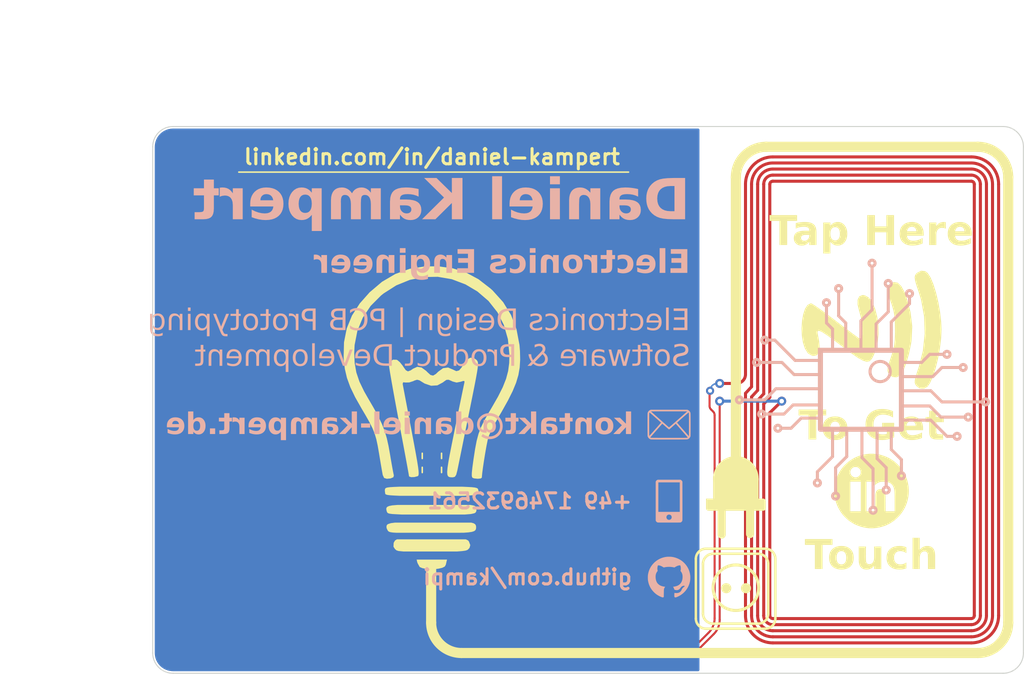
<source format=kicad_pcb>
(kicad_pcb (version 20240819) (generator "pcbnew") (generator_version "8.99")
  (title_block (title "Business Card") (date "2024-09-30") (rev "1.0"))
  (layers (0 "F.Cu" signal) (2 "B.Cu" signal) (13 "F.Paste" user) (15 "B.Paste" user) (5 "F.SilkS" user "F.Silkscreen") (7 "B.SilkS" user "B.Silkscreen") (1 "F.Mask" user) (3 "B.Mask" user) (25 "Edge.Cuts" user))
  (net 0 "")
  (net 1 "Net-(U1-VCC)")
  (net 2 "GND")
  (net 3 "Net-(D1-A)")
  (net 4 "Net-(U1-LA)")
  (net 5 "Net-(U1-LB)")
  (footprint "LED_SMD:LED_0603_1608Metric" (layer "F.Cu") (at 137.5757 78.9743 180)
    (property "Reference" "D1" (hide yes))
    (property "Value" "LED" (hide yes))
    (pad "1" smd roundrect (at -0.7875 0 180) (size 0.875 0.95) (layers "F.Cu" "F.Mask" "F.Paste") (net 2 "GND"))
    (pad "2" smd roundrect (at 0.7875 0 180) (size 0.875 0.95) (layers "F.Cu" "F.Mask" "F.Paste") (net 3 "Net-(D1-A)"))
  )
  (footprint "footprints:class4_13.56MHz" (layer "F.Cu") (at 184 83.45 90)
    (property "Reference" "L1" (hide yes))
    (property "Value" "2.19uH" (hide yes))
    (fp_line (start 2.075 -18) (end 2.075 -16.35) (stroke (width 0.3)) (layer "F.Cu"))
    (fp_line (start 21.75 -15.45) (end 2.975 -15.45) (stroke (width 0.3)) (layer "F.Cu"))
    (fp_line (start 1.1 -15.45) (end -20.85 -15.45) (stroke (width 0.3)) (layer "F.Cu"))
    (fp_line (start 21.75 -14.85) (end 1.75 -14.85) (stroke (width 0.3)) (layer "F.Cu"))
    (fp_line (start 1.75 -14.85) (end 1.1 -15.45) (stroke (width 0.3)) (layer "F.Cu"))
    (fp_line (start 0.75 -14.85) (end -20.85 -14.85) (stroke (width 0.3)) (layer "F.Cu"))
    (fp_line (start 21.75 -14.25) (end 1.4 -14.25) (stroke (width 0.3)) (layer "F.Cu"))
    (fp_line (start 1.4 -14.25) (end 0.75 -14.85) (stroke (width 0.3)) (layer "F.Cu"))
    (fp_line (start 0.4 -14.25) (end -20.85 -14.25) (stroke (width 0.3)) (layer "F.Cu"))
    (fp_line (start 21.75 -13.65) (end 1.05 -13.65) (stroke (width 0.3)) (layer "F.Cu"))
    (fp_line (start 1.05 -13.65) (end 0.4 -14.25) (stroke (width 0.3)) (layer "F.Cu"))
    (fp_line (start 0.05 -13.65) (end -20.85 -13.65) (stroke (width 0.3)) (layer "F.Cu"))
    (fp_line (start 21.75 -13.05) (end 0.7 -13.05) (stroke (width 0.3)) (layer "F.Cu"))
    (fp_line (start 0.7 -13.05) (end 0.05 -13.65) (stroke (width 0.3)) (layer "F.Cu"))
    (fp_line (start -0.825 -13.05) (end -20.85 -13.05) (stroke (width 0.3)) (layer "F.Cu"))
    (fp_line (start -21.15 -12.75) (end -21.15 6.85) (stroke (width 0.3)) (layer "F.Cu"))
    (fp_line (start -21.75 -12.75) (end -21.75 6.85) (stroke (width 0.3)) (layer "F.Cu"))
    (fp_line (start -22.35 -12.75) (end -22.35 6.85) (stroke (width 0.3)) (layer "F.Cu"))
    (fp_line (start -22.95 -12.75) (end -22.95 6.85) (stroke (width 0.3)) (layer "F.Cu"))
    (fp_line (start -23.55 -12.75) (end -23.55 6.85) (stroke (width 0.3)) (layer "F.Cu"))
    (fp_line (start 0.325 -11.875) (end -0.825 -13.05) (stroke (width 0.3)) (layer "F.Cu"))
    (fp_line (start 24.45 6.85) (end 24.45 -12.75) (stroke (width 0.3)) (layer "F.Cu"))
    (fp_line (start 23.85 6.85) (end 23.85 -12.75) (stroke (width 0.3)) (layer "F.Cu"))
    (fp_line (start 23.25 6.85) (end 23.25 -12.75) (stroke (width 0.3)) (layer "F.Cu"))
    (fp_line (start 22.65 6.85) (end 22.65 -12.75) (stroke (width 0.3)) (layer "F.Cu"))
    (fp_line (start 22.05 6.85) (end 22.05 -12.75) (stroke (width 0.3)) (layer "F.Cu"))
    (fp_line (start -20.85 7.15) (end 21.75 7.15) (stroke (width 0.3)) (layer "F.Cu"))
    (fp_line (start -20.85 7.75) (end 21.75 7.75) (stroke (width 0.3)) (layer "F.Cu"))
    (fp_line (start -20.85 8.35) (end 21.75 8.35) (stroke (width 0.3)) (layer "F.Cu"))
    (fp_line (start -20.85 8.95) (end 21.75 8.95) (stroke (width 0.3)) (layer "F.Cu"))
    (fp_line (start -20.85 9.55) (end 21.75 9.55) (stroke (width 0.3)) (layer "F.Cu"))
    (fp_arc (start 21.75 -15.45) (mid 23.659188 -14.659188) (end 24.45 -12.75) (stroke (width 0.3)) (layer "F.Cu"))
    (fp_arc (start 2.975 -15.45) (mid 2.338604 -15.713604) (end 2.075 -16.35) (stroke (width 0.3)) (layer "F.Cu"))
    (fp_arc (start 21.75 -14.85) (mid 23.234924 -14.234924) (end 23.85 -12.75) (stroke (width 0.3)) (layer "F.Cu"))
    (fp_arc (start 21.75 -14.25) (mid 22.81066 -13.81066) (end 23.25 -12.75) (stroke (width 0.3)) (layer "F.Cu"))
    (fp_arc (start 21.75 -13.65) (mid 22.386396 -13.386396) (end 22.65 -12.75) (stroke (width 0.3)) (layer "F.Cu"))
    (fp_arc (start 21.75 -13.05) (mid 21.962132 -12.962132) (end 22.05 -12.75) (stroke (width 0.3)) (layer "F.Cu"))
    (fp_arc (start -21.15 -12.75) (mid -21.062132 -12.962132) (end -20.85 -13.05) (stroke (width 0.3)) (layer "F.Cu"))
    (fp_arc (start -21.75 -12.75) (mid -21.486396 -13.386396) (end -20.85 -13.65) (stroke (width 0.3)) (layer "F.Cu"))
    (fp_arc (start -22.35 -12.75) (mid -21.91066 -13.81066) (end -20.85 -14.25) (stroke (width 0.3)) (layer "F.Cu"))
    (fp_arc (start -22.95 -12.75) (mid -22.334924 -14.234924) (end -20.85 -14.85) (stroke (width 0.3)) (layer "F.Cu"))
    (fp_arc (start -23.55 -12.75) (mid -22.759188 -14.659188) (end -20.85 -15.45) (stroke (width 0.3)) (layer "F.Cu"))
    (fp_arc (start 24.45 6.85) (mid 23.659188 8.759188) (end 21.75 9.55) (stroke (width 0.3)) (layer "F.Cu"))
    (fp_arc (start 23.85 6.85) (mid 23.234924 8.334924) (end 21.75 8.95) (stroke (width 0.3)) (layer "F.Cu"))
    (fp_arc (start 23.25 6.85) (mid 22.81066 7.91066) (end 21.75 8.35) (stroke (width 0.3)) (layer "F.Cu"))
    (fp_arc (start 22.65 6.85) (mid 22.386396 7.486396) (end 21.75 7.75) (stroke (width 0.3)) (layer "F.Cu"))
    (fp_arc (start 22.05 6.85) (mid 21.962132 7.062132) (end 21.75 7.15) (stroke (width 0.3)) (layer "F.Cu"))
    (fp_arc (start -20.85 7.15) (mid -21.062132 7.062132) (end -21.15 6.85) (stroke (width 0.3)) (layer "F.Cu"))
    (fp_arc (start -20.85 7.75) (mid -21.486396 7.486396) (end -21.75 6.85) (stroke (width 0.3)) (layer "F.Cu"))
    (fp_arc (start -20.85 8.35) (mid -21.91066 7.91066) (end -22.35 6.85) (stroke (width 0.3)) (layer "F.Cu"))
    (fp_arc (start -20.85 8.95) (mid -22.334924 8.334924) (end -22.95 6.85) (stroke (width 0.3)) (layer "F.Cu"))
    (fp_arc (start -20.85 9.55) (mid -22.759188 8.759188) (end -23.55 6.85) (stroke (width 0.3)) (layer "F.Cu"))
    (pad "1" thru_hole circle (at 2.075 -18 90) (size 0.89 0.89) (drill 0.45) (layers "*.Cu") (net 4 "Net-(U1-LA)"))
    (pad "2" thru_hole circle (at 0.325 -18 90) (size 0.89 0.89) (drill 0.45) (layers "*.Cu") (net 5 "Net-(U1-LB)"))
    (pad "2" thru_hole circle (at 0.325 -11.875 90) (size 0.89 0.89) (drill 0.45) (layers "*.Cu") (net 5 "Net-(U1-LB)"))
  )
  (footprint "Capacitor_SMD:C_0603_1608Metric" (layer "F.Cu") (at 137.5757 86.825)
    (property "Reference" "C1" (hide yes))
    (property "Value" "220pF" (hide yes))
    (pad "1" smd roundrect (at -0.775 0) (size 0.9 0.95) (layers "F.Cu" "F.Mask" "F.Paste") (net 1 "Net-(U1-VCC)"))
    (pad "2" smd roundrect (at 0.775 0) (size 0.9 0.95) (layers "F.Cu" "F.Mask" "F.Paste") (net 2 "GND"))
  )
  (footprint "footprints:nfc_logo" (layer "F.Cu") (at 181.000561 76)
    (property "Reference" "G***" (hide yes))
    (property "Value" "LOGO" (hide yes))
  )
  (footprint "my_logos:linkedIn-circle" (layer "F.Cu") (at 180.999214 92)
    (property "Reference" "G***" (hide yes))
    (property "Value" "LOGO" (hide yes))
  )
  (footprint "footprints:XQFN8_NT3H1101_NXP" (layer "F.Cu") (at 137.5757 89.225 90)
    (property "Reference" "U1" (hide yes))
    (property "Value" "NT3H1101W0FHKH" (hide yes))
    (pad "1" smd rect (at -0.7493 -0.500126 180) (size 0.2032 0.762) (layers "F.Cu" "F.Mask" "F.Paste") (net 4 "Net-(U1-LA)"))
    (pad "2" smd rect (at -0.7493 0 180) (size 0.2032 0.762) (layers "F.Cu" "F.Mask" "F.Paste") (net 2 "GND"))
    (pad "3" smd rect (at -0.7493 0.500126 180) (size 0.2032 0.762) (layers "F.Cu" "F.Mask" "F.Paste"))
    (pad "4" smd rect (at 0 0.7493 90) (size 0.2032 0.762) (layers "F.Cu" "F.Mask" "F.Paste"))
    (pad "5" smd rect (at 0.7493 0.500126 180) (size 0.2032 0.762) (layers "F.Cu" "F.Mask" "F.Paste"))
    (pad "6" smd rect (at 0.7493 0 180) (size 0.2032 0.762) (layers "F.Cu" "F.Mask" "F.Paste") (net 1 "Net-(U1-VCC)"))
    (pad "7" smd rect (at 0.7493 -0.500126 180) (size 0.2032 0.762) (layers "F.Cu" "F.Mask" "F.Paste") (net 1 "Net-(U1-VCC)"))
    (pad "8" smd rect (at 0 -0.7493 90) (size 0.2032 0.762) (layers "F.Cu" "F.Mask" "F.Paste") (net 5 "Net-(U1-LB)"))
  )
  (footprint "my_logos:Bulb_light" (layer "F.Cu") (at 137.570047 84.7243)
    (property "Reference" "G***" (hide yes))
    (property "Value" "LOGO" (hide yes))
  )
  (footprint "my_logos:bulb_sparks" (layer "F.Cu") (at 137.74 76.5)
    (property "Reference" "G***" (hide yes))
    (property "Value" "LOGO" (hide yes))
    (fp_poly (pts (xy 19.045245 -4.829004) (xy 19.609944 -4.417568) (xy 19.939761 -4.127164) (xy 20.02875 -3.963285) (xy 20.007518 -3.939573) (xy 19.800625 -3.870105) (xy 19.383502 -3.75984) (xy 18.822219 -3.625504) (xy 18.344444 -3.51859) (xy 17.734479 -3.382986) (xy 17.234587 -3.266152) (xy 16.904281 -3.182353) (xy 16.802396 -3.148905) (xy 16.869339 -3.039744) (xy 17.101736 -2.795442) (xy 17.451783 -2.465714) (xy 17.507951 -2.415122) (xy 18.273889 -1.728971) (xy 16.862777 -1.642244) (xy 16.071106 -1.59614) (xy 15.149812 -1.546343) (xy 14.25125 -1.50097) (xy 13.899444 -1.484366) (xy 12.347222 -1.413216) (xy 14.040555 -1.995927) (xy 14.684929 -2.220107) (xy 15.226501 -2.413131) (xy 15.612571 -2.555881) (xy 15.790433 -2.629239) (xy 15.795275 -2.632464) (xy 15.740369 -2.753382) (xy 15.53383 -3.007271) (xy 15.329956 -3.225687) (xy 14.803251 -3.765082) (xy 16.352407 -4.692294) (xy 17.901564 -5.619506)) (fill solid) (layer "F.Cu"))
    (fp_poly (pts (xy -8.87193 9.468763) (xy -9.148255 9.696077) (xy -9.571374 10.021513) (xy -10.099702 10.412333) (xy -10.167338 10.461448) (xy -11.600875 11.500399) (xy -10.876578 11.829062) (xy -10.152281 12.157725) (xy -10.714322 12.816918) (xy -11.126156 13.289299) (xy -11.609746 13.828953) (xy -11.952903 14.202967) (xy -12.629445 14.929823) (xy -13.875881 14.532271) (xy -14.427574 14.35179) (xy -14.869457 14.198734) (xy -15.137987 14.095531) (xy -15.187814 14.069223) (xy -15.098888 13.977867) (xy -14.808788 13.775788) (xy -14.361593 13.491909) (xy -13.801379 13.155154) (xy -13.740341 13.119393) (xy -12.227371 12.235059) (xy -13.133963 11.776194) (xy -13.596117 11.537532) (xy -13.837957 11.387778) (xy -13.892148 11.290735) (xy -13.791356 11.210207) (xy -13.687778 11.162509) (xy -13.324792 11.012438) (xy -12.80092 10.807762) (xy -12.166097 10.566713) (xy -11.47026 10.307519) (xy -10.763345 10.04841) (xy -10.095287 9.807616) (xy -9.516023 9.603367) (xy -9.075488 9.453892) (xy -8.823619 9.377422) (xy -8.783984 9.372313)) (fill solid) (layer "F.Cu"))
    (fp_poly (pts (xy 10.198324 11.500556) (xy 11.53688 12.911667) (xy 11.718894 12.276667) (xy 11.849199 11.871485) (xy 11.967765 11.582705) (xy 12.006472 11.519372) (xy 12.155487 11.548318) (xy 12.486858 11.715177) (xy 12.953558 11.993446) (xy 13.508556 12.356623) (xy 13.585468 12.409191) (xy 15.058903 13.421304) (xy 14.822624 14.751554) (xy 14.714953 15.329446) (xy 14.619106 15.793041) (xy 14.548745 16.078677) (xy 14.525117 16.137614) (xy 14.42212 16.053576) (xy 14.185326 15.783793) (xy 13.848964 15.369274) (xy 13.447263 14.851026) (xy 13.408161 14.79949) (xy 13.003836 14.268706) (xy 12.665965 13.83097) (xy 12.428009 13.529214) (xy 12.32343 13.406371) (xy 12.32176 13.405556) (xy 12.268388 13.528605) (xy 12.16064 13.84839) (xy 12.045903 14.216945) (xy 11.899234 14.670052) (xy 11.770667 15.011928) (xy 11.703267 15.145036) (xy 11.639709 15.134936) (xy 11.520654 14.996179) (xy 11.334484 14.708646) (xy 11.069577 14.252219) (xy 10.714316 13.606781) (xy 10.257081 12.752212) (xy 9.686251 11.668395) (xy 9.598354 11.500556) (xy 8.859769 10.089445)) (fill solid) (layer "F.Cu"))
    (fp_poly (pts (xy -19.362701 -7.391908) (xy -19.043277 -7.15539) (xy -18.606492 -6.805974) (xy -18.12483 -6.401837) (xy -17.551079 -5.918003) (xy -17.155375 -5.624743) (xy -16.903507 -5.52663) (xy -16.761267 -5.628238) (xy -16.694444 -5.934138) (xy -16.668828 -6.448903) (xy -16.665177 -6.596944) (xy -16.632406 -6.963401) (xy -16.566636 -7.175539) (xy -16.535869 -7.196666) (xy -16.406891 -7.093405) (xy -16.14106 -6.81229) (xy -15.777226 -6.396321) (xy -15.356594 -5.891389) (xy -14.844627 -5.265486) (xy -14.308486 -4.613563) (xy -13.82307 -4.026533) (xy -13.554623 -3.704166) (xy -13.223309 -3.299424) (xy -12.986072 -2.992534) (xy -12.881147 -2.833636) (xy -12.882086 -2.822222) (xy -13.015251 -2.899344) (xy -13.332142 -3.110055) (xy -13.787213 -3.42337) (xy -14.334919 -3.808305) (xy -14.411243 -3.862485) (xy -15.875 -4.902747) (xy -16.001815 -4.179985) (xy -16.078587 -3.765259) (xy -16.137901 -3.485695) (xy -16.158237 -3.418393) (xy -16.292136 -3.453532) (xy -16.636498 -3.577467) (xy -17.14093 -3.771267) (xy -17.755042 -4.016003) (xy -17.830589 -4.046627) (xy -19.473334 -4.713691) (xy -19.473334 -5.441595) (xy -19.492677 -6.032857) (xy -19.541163 -6.642285) (xy -19.56307 -6.824194) (xy -19.592739 -7.23224) (xy -19.553349 -7.455528) (xy -19.517391 -7.478889)) (fill solid) (layer "F.Cu"))
    (fp_poly (pts (xy 2.656824 -14.20912) (xy 2.681111 -14.190383) (xy 2.599496 -14.044685) (xy 2.377676 -13.725483) (xy 2.050189 -13.280891) (xy 1.678934 -12.794303) (xy 0.676756 -11.500555) (xy 1.692265 -11.379831) (xy 2.165407 -11.309024) (xy 2.486146 -11.232416) (xy 2.595068 -11.164863) (xy 2.588608 -11.15566) (xy 2.452399 -11.031194) (xy 2.143537 -10.745737) (xy 1.695868 -10.330672) (xy 1.143236 -9.817384) (xy 0.519488 -9.237256) (xy 0.458611 -9.180596) (xy -0.159103 -8.609593) (xy -0.699981 -8.117152) (xy -1.132891 -7.730995) (xy -1.426701 -7.478842) (xy -1.550278 -7.388412) (xy -1.552223 -7.390182) (xy -1.482142 -7.534606) (xy -1.290987 -7.869427) (xy -1.007384 -8.345797) (xy -0.659959 -8.914869) (xy -0.635 -8.955278) (xy -0.284471 -9.527871) (xy 0.004239 -10.009958) (xy 0.202546 -10.35305) (xy 0.281864 -10.508655) (xy 0.282222 -10.511253) (xy 0.15461 -10.550856) (xy -0.174351 -10.577037) (xy -0.488481 -10.583333) (xy -1.259183 -10.583333) (xy -0.689481 -12.241389) (xy -0.464175 -12.883443) (xy -0.264822 -13.426337) (xy -0.112238 -13.815088) (xy -0.027234 -13.994714) (xy -0.024612 -13.997771) (xy 0.149244 -14.054415) (xy 0.515423 -14.110968) (xy 1.000372 -14.162195) (xy 1.530538 -14.202859) (xy 2.03237 -14.227726) (xy 2.432316 -14.231558)) (fill solid) (layer "F.Cu"))
    (fp_poly (pts (xy -17.912073 1.453758) (xy -17.513849 1.513571) (xy -16.926316 1.61119) (xy -16.192834 1.738603) (xy -15.356763 1.887795) (xy -14.461465 2.050753) (xy -13.5503 2.219463) (xy -12.666628 2.385912) (xy -11.853809 2.542086) (xy -11.155205 2.67997) (xy -10.614175 2.791553) (xy -10.27408 2.868819) (xy -10.17624 2.900056) (xy -10.227917 2.957103) (xy -10.312871 2.965066) (xy -10.591362 2.979091) (xy -11.065985 3.014849) (xy -11.681878 3.067075) (xy -12.38418 3.130508) (xy -13.118029 3.199884) (xy -13.828565 3.269941) (xy -14.460925 3.335415) (xy -14.960248 3.391044) (xy -15.271674 3.431566) (xy -15.348503 3.448133) (xy -15.300296 3.580935) (xy -15.118883 3.875142) (xy -14.842927 4.268304) (xy -14.829219 4.286898) (xy -14.539775 4.695167) (xy -14.332697 5.018671) (xy -14.252239 5.188207) (xy -14.252223 5.189157) (xy -14.378292 5.260058) (xy -14.721593 5.396979) (xy -15.22977 5.582451) (xy -15.850464 5.799006) (xy -16.531318 6.029174) (xy -17.219974 6.255488) (xy -17.864074 6.460478) (xy -18.411262 6.626675) (xy -18.809178 6.736612) (xy -18.999474 6.773049) (xy -19.131773 6.672607) (xy -19.411693 6.397073) (xy -19.802227 5.98481) (xy -20.26637 5.474181) (xy -20.428715 5.291382) (xy -21.736873 3.81) (xy -19.191529 3.81) (xy -16.646184 3.81) (xy -17.425447 2.646063) (xy -17.740982 2.153154) (xy -17.968697 1.754763) (xy -18.080915 1.502082) (xy -18.077628 1.439765)) (fill solid) (layer "F.Cu"))
    (fp_poly (pts (xy -11.993174 -13.614574) (xy -10.782441 -11.0921) (xy -10.016775 -12.452901) (xy -9.704716 -12.991575) (xy -9.441154 -13.41675) (xy -9.256252 -13.681679) (xy -9.182781 -13.745373) (xy -9.124644 -13.593952) (xy -9.004568 -13.213332) (xy -8.833881 -12.643805) (xy -8.623913 -11.925665) (xy -8.385995 -11.099204) (xy -8.131454 -10.204715) (xy -7.871622 -9.282491) (xy -7.617828 -8.372825) (xy -7.381401 -7.516011) (xy -7.173671 -6.75234) (xy -7.005968 -6.122106) (xy -6.889621 -5.665603) (xy -6.83596 -5.423122) (xy -6.834769 -5.39486) (xy -6.919331 -5.493633) (xy -7.12419 -5.79925) (xy -7.426345 -6.275419) (xy -7.802796 -6.885848) (xy -8.230541 -7.594246) (xy -8.261397 -7.645873) (xy -8.697097 -8.372657) (xy -9.08656 -9.017199) (xy -9.405512 -9.539742) (xy -9.629683 -9.900529) (xy -9.7348 -10.059803) (xy -9.735998 -10.061209) (xy -9.840802 -9.998446) (xy -10.033662 -9.733125) (xy -10.279125 -9.316449) (xy -10.371082 -9.143987) (xy -10.621396 -8.664927) (xy -10.8176 -8.293744) (xy -10.927044 -8.092054) (xy -10.938358 -8.07344) (xy -11.042587 -8.152686) (xy -11.304586 -8.399042) (xy -11.687712 -8.775036) (xy -12.155323 -9.243199) (xy -12.670776 -9.766059) (xy -13.197429 -10.306145) (xy -13.69864 -10.825986) (xy -14.137766 -11.288113) (xy -14.478164 -11.655053) (xy -14.683193 -11.889336) (xy -14.722426 -11.943062) (xy -14.718634 -12.175374) (xy -14.587188 -12.653067) (xy -14.329816 -13.370703) (xy -14.021879 -14.144486) (xy -13.203907 -16.137047)) (fill solid) (layer "F.Cu"))
    (fp_poly (pts (xy 12.446406 -13.932141) (xy 12.85906 -13.87828) (xy 13.418324 -13.784869) (xy 14.060204 -13.66471) (xy 14.720708 -13.530608) (xy 15.33584 -13.395368) (xy 15.841609 -13.271792) (xy 16.17402 -13.172685) (xy 16.264924 -13.129198) (xy 16.190351 -13.021893) (xy 15.918066 -12.780249) (xy 15.481882 -12.431313) (xy 14.915611 -12.002138) (xy 14.254091 -11.520506) (xy 13.583703 -11.036141) (xy 13.000652 -10.605053) (xy 12.540972 -10.254698) (xy 12.2407 -10.012529) (xy 12.13582 -9.906652) (xy 12.260259 -9.821094) (xy 12.595618 -9.669732) (xy 13.085316 -9.476719) (xy 13.476375 -9.334433) (xy 14.038445 -9.127268) (xy 14.484527 -8.945927) (xy 14.758069 -8.814404) (xy 14.816666 -8.765739) (xy 14.695545 -8.68708) (xy 14.357195 -8.505315) (xy 13.839139 -8.238793) (xy 13.178898 -7.905866) (xy 12.413994 -7.524883) (xy 11.581949 -7.114194) (xy 10.720285 -6.692151) (xy 9.866523 -6.277103) (xy 9.058186 -5.887401) (xy 8.332794 -5.541396) (xy 7.72787 -5.257437) (xy 7.280936 -5.053874) (xy 7.029513 -4.949059) (xy 6.991733 -4.938889) (xy 7.062669 -5.026613) (xy 7.316968 -5.271421) (xy 7.724542 -5.645762) (xy 8.255306 -6.12209) (xy 8.879173 -6.672855) (xy 9.021014 -6.796982) (xy 9.663175 -7.365319) (xy 10.219539 -7.871628) (xy 10.659528 -8.286917) (xy 10.952568 -8.582192) (xy 11.068083 -8.728461) (xy 11.067214 -8.73726) (xy 10.903697 -8.818385) (xy 10.542742 -8.959316) (xy 10.055338 -9.132691) (xy 9.937706 -9.172633) (xy 8.8885 -9.525821) (xy 10.462838 -11.689983) (xy 10.967648 -12.373492) (xy 11.427617 -12.97678) (xy 11.813189 -13.46262) (xy 12.094803 -13.793786) (xy 12.242902 -13.933052) (xy 12.244355 -13.933646)) (fill solid) (layer "F.Cu"))
    (fp_poly (pts (xy 15.107567 3.047603) (xy 15.670765 3.057167) (xy 16.354746 3.074344) (xy 17.106505 3.097318) (xy 17.873035 3.124274) (xy 18.601331 3.153395) (xy 19.238388 3.182865) (xy 19.731198 3.210867) (xy 20.026758 3.235587) (xy 20.087397 3.248121) (xy 20.171287 3.405398) (xy 20.33021 3.762199) (xy 20.541777 4.262737) (xy 20.7836 4.851224) (xy 21.033289 5.471874) (xy 21.268454 6.068899) (xy 21.466708 6.586512) (xy 21.605662 6.968925) (xy 21.662925 7.160353) (xy 21.662032 7.171671) (xy 21.517193 7.149177) (xy 21.175345 7.047283) (xy 20.703462 6.886402) (xy 20.579402 6.841682) (xy 19.990085 6.627587) (xy 19.250081 6.359494) (xy 18.474246 6.078986) (xy 18.04494 5.924047) (xy 16.545992 5.383518) (xy 16.936027 6.925093) (xy 17.089329 7.537518) (xy 17.210633 8.034651) (xy 17.286857 8.362) (xy 17.306086 8.466413) (xy 17.183378 8.39923) (xy 16.845474 8.20912) (xy 16.32229 7.913049) (xy 15.643743 7.527984) (xy 14.839748 7.070888) (xy 13.940222 6.558728) (xy 13.546666 6.334438) (xy 12.60949 5.798733) (xy 11.750073 5.304695) (xy 10.999535 4.870431) (xy 10.388994 4.514052) (xy 9.949571 4.253664) (xy 9.712383 4.107378) (xy 9.681436 4.085184) (xy 9.771796 4.082306) (xy 10.096787 4.142299) (xy 10.617994 4.256646) (xy 11.297004 4.416833) (xy 12.095403 4.614342) (xy 12.283221 4.661948) (xy 13.11788 4.870494) (xy 13.855896 5.047434) (xy 14.455058 5.183261) (xy 14.873158 5.268471) (xy 15.067985 5.293555) (xy 15.076074 5.290962) (xy 15.069387 5.134788) (xy 14.99337 4.778628) (xy 14.863409 4.291701) (xy 14.823722 4.155722) (xy 14.681059 3.652554) (xy 14.585018 3.269023) (xy 14.551796 3.071393) (xy 14.555543 3.058582) (xy 14.718158 3.04747)) (fill solid) (layer "F.Cu"))
  )
  (footprint "Resistor_SMD:R_0603_1608Metric" (layer "F.Cu") (at 137.5757 85.325)
    (property "Reference" "R1" (hide yes))
    (property "Value" "470R" (hide yes))
    (pad "1" smd roundrect (at -0.825 0) (size 0.8 0.95) (layers "F.Cu" "F.Mask" "F.Paste") (net 1 "Net-(U1-VCC)"))
    (pad "2" smd roundrect (at 0.825 0) (size 0.8 0.95) (layers "F.Cu" "F.Mask" "F.Paste") (net 3 "Net-(D1-A)"))
  )
  (footprint "LOGO" (layer "B.Cu") (at 161 93 180)
    (property "Reference" "G***" (hide yes))
    (property "Value" "LOGO" (hide yes))
  )
  (footprint "LOGO" (layer "B.Cu") (at 161 85.5 180)
    (property "Reference" "G***" (hide yes))
    (property "Value" "LOGO" (hide yes))
  )
  (footprint "LOGO" (layer "B.Cu") (at 161 100.5 180)
    (property "Reference" "G***" (hide yes))
    (property "Value" "LOGO" (hide yes))
  )
  (gr_line (start 142.72 86.39) (end 145.53851 80.50064) (stroke (width 1)) (layer "F.Cu"))
  (gr_rect (start 134.68 93.42) (end 135.3 94.22) (stroke (width 0.2)) (fill none) (layer "F.Cu"))
  (gr_line (start 133.46 93.81) (end 134.85 93.82) (stroke (width 1)) (layer "F.Cu"))
  (gr_line (start 132.41 85.94) (end 129.6974 80.403388) (stroke (width 1)) (layer "F.Cu"))
  (gr_line (start 141.98 90.65) (end 141.74 93.9) (stroke (width 1)) (layer "F.Cu"))
  (gr_rect (start 136.05 93.43) (end 136.7 94.28) (stroke (width 0.2)) (fill solid) (layer "F.Cu"))
  (gr_line (start 133.46 93.81) (end 133.34 90.63) (stroke (width 1)) (layer "F.Cu"))
  (gr_line (start 133.34 90.63) (end 132.41 85.94) (stroke (width 1)) (layer "F.Cu"))
  (gr_arc (start 129.6974 80.403388) (mid 137.680096 70.330051) (end 145.53851 80.50064) (stroke (width 0.9)) (layer "F.Cu"))
  (gr_rect (start 137.46 93.49) (end 138.08 94.29) (stroke (width 0.2)) (fill solid) (layer "F.Cu"))
  (gr_line (start 141.98 90.65) (end 142.719966 86.389994) (stroke (width 1)) (layer "F.Cu"))
  (gr_line (start 141.74 93.9) (end 138.08 93.89) (stroke (width 1)) (layer "F.Cu"))
  (gr_line (start 137.5 105) (end 137.5 99.575) (stroke (width 1)) (layer "F.SilkS"))
  (gr_line (start 194.5 105) (end 194.5 61) (stroke (width 1)) (layer "F.SilkS"))
  (gr_rect (start 165.6 90.8) (end 169.6 93.6) (stroke (width 0.5)) (fill solid) (layer "F.SilkS"))
  (gr_line (start 164.65 97.7) (end 170.5 97.7) (stroke (width 0.25)) (layer "F.SilkS"))
  (gr_arc (start 170.8 104.1) (mid 170.507107 104.807107) (end 169.8 105.1) (stroke (width 0.25)) (layer "F.SilkS"))
  (gr_circle (center 167.6 90.8) (end 169.6 90.8) (stroke (width 0.5)) (fill solid) (layer "F.SilkS"))
  (gr_line (start 169 93.9) (end 169 96.25) (stroke (width 0.8)) (layer "F.SilkS"))
  (gr_line (start 167.6 61) (end 167.6 88.8) (stroke (width 1)) (layer "F.SilkS"))
  (gr_arc (start 165.35 105.1) (mid 164.642893 104.807107) (end 164.35 104.1) (stroke (width 0.25)) (layer "F.SilkS"))
  (gr_arc (start 164.65 105.6) (mid 163.942893 105.307107) (end 163.65 104.6) (stroke (width 0.25)) (layer "F.SilkS"))
  (gr_arc (start 169.8 98.2) (mid 170.507107 98.492893) (end 170.8 99.2) (stroke (width 0.25)) (layer "F.SilkS"))
  (gr_line (start 191.5 108) (end 140.5 108) (stroke (width 1)) (layer "F.SilkS"))
  (gr_rect (start 164.9 93) (end 170.3 93.7) (stroke (width 0.5)) (fill solid) (layer "F.SilkS"))
  (gr_line (start 169.8 105.1) (end 165.35 105.1) (stroke (width 0.25)) (layer "F.SilkS"))
  (gr_line (start 171.5 98.7) (end 171.5 104.6) (stroke (width 0.25)) (layer "F.SilkS"))
  (gr_arc (start 170.5 97.7) (mid 171.207107 97.992893) (end 171.5 98.7) (stroke (width 0.25)) (layer "F.SilkS"))
  (gr_circle (center 166.65 101.6) (end 166.9 101.6) (stroke (width 0.5)) (fill solid) (layer "F.SilkS"))
  (gr_line (start 166.2 93.9) (end 166.2 96.3) (stroke (width 0.8)) (layer "F.SilkS"))
  (gr_arc (start 167.6 61) (mid 168.47868 58.87868) (end 170.6 58) (stroke (width 1)) (layer "F.SilkS"))
  (gr_line (start 170.5 105.6) (end 164.65 105.6) (stroke (width 0.25)) (layer "F.SilkS"))
  (gr_circle (center 168.6 101.6) (end 168.85 101.6) (stroke (width 0.5)) (fill solid) (layer "F.SilkS"))
  (gr_arc (start 163.65 98.7) (mid 163.942893 97.992893) (end 164.65 97.7) (stroke (width 0.25)) (layer "F.SilkS"))
  (gr_line (start 118.5 60.5) (end 157 60.5) (stroke (width 0.15)) (layer "F.SilkS"))
  (gr_line (start 163.65 104.6) (end 163.65 98.7) (stroke (width 0.25)) (layer "F.SilkS"))
  (gr_arc (start 164.35 99.2) (mid 164.642893 98.492893) (end 165.35 98.2) (stroke (width 0.25)) (layer "F.SilkS"))
  (gr_line (start 191.5 58) (end 170.6 58) (stroke (width 1)) (layer "F.SilkS"))
  (gr_arc (start 171.5 104.6) (mid 171.207107 105.307107) (end 170.5 105.6) (stroke (width 0.25)) (layer "F.SilkS"))
  (gr_line (start 164.35 104.1) (end 164.35 99.2) (stroke (width 0.25)) (layer "F.SilkS"))
  (gr_line (start 170.8 99.2) (end 170.8 104.1) (stroke (width 0.25)) (layer "F.SilkS"))
  (gr_circle (center 167.6 101.55) (end 169.85 101.55) (stroke (width 0.3)) (fill none) (layer "F.SilkS"))
  (gr_line (start 165.35 98.2) (end 169.8 98.2) (stroke (width 0.25)) (layer "F.SilkS"))
  (gr_arc (start 191.5 58) (mid 193.62132 58.87868) (end 194.5 61) (stroke (width 1)) (layer "F.SilkS"))
  (gr_arc (start 140.5 108) (mid 138.37868 107.12132) (end 137.5 105) (stroke (width 1)) (layer "F.SilkS"))
  (gr_arc (start 194.5 105) (mid 193.62132 107.12132) (end 191.5 108) (stroke (width 1)) (layer "F.SilkS"))
  (gr_line (start 171.55 81.9) (end 170.45 83) (stroke (width 0.3)) (layer "B.SilkS"))
  (gr_line (start 175.95 83.5) (end 173.25 83.5) (stroke (width 0.3)) (layer "B.SilkS"))
  (gr_rect (start 175.95 78.1) (end 183.95 85.9) (stroke (width 0.5)) (fill none) (layer "B.SilkS"))
  (gr_line (start 173.35 80.5) (end 172.15 79.3) (stroke (width 0.3)) (layer "B.SilkS"))
  (gr_line (start 186.85 82.1) (end 187.95 83.2) (stroke (width 0.3)) (layer "B.SilkS"))
  (gr_line (start 187.85 84.7) (end 190.25 84.7) (stroke (width 0.3)) (layer "B.SilkS"))
  (gr_line (start 171.45 77.1) (end 170.75 77.1) (stroke (width 0.3)) (layer "B.SilkS"))
  (gr_line (start 178.45 78.1) (end 178.45 75.4) (stroke (width 0.3)) (layer "B.SilkS"))
  (gr_line (start 177.45 89.7) (end 177.45 92.2) (stroke (width 0.3)) (layer "B.SilkS"))
  (gr_line (start 182.95 87.9) (end 183.95 88.9) (stroke (width 0.3)) (layer "B.SilkS"))
  (gr_line (start 177.15 78.1) (end 177.15 76) (stroke (width 0.3)) (layer "B.SilkS"))
  (gr_line (start 181.05 74.1) (end 181.05 69.8) (stroke (width 0.3)) (layer "B.SilkS"))
  (gr_line (start 183.95 80.7) (end 187.05 80.7) (stroke (width 0.3)) (layer "B.SilkS"))
  (gr_circle (center 170.15 84.4) (end 170.45 84.4) (stroke (width 0.3)) (fill none) (layer "B.SilkS"))
  (gr_line (start 179.95 75.2) (end 181.05 74.1) (stroke (width 0.3)) (layer "B.SilkS"))
  (gr_line (start 182.95 75.3) (end 184.75 73.5) (stroke (width 0.3)) (layer "B.SilkS"))
  (gr_line (start 188.45 86.6) (end 189.15 86.6) (stroke (width 0.3)) (layer "B.SilkS"))
  (gr_line (start 180.05 85.9) (end 180.05 88.7) (stroke (width 0.3)) (layer "B.SilkS"))
  (gr_line (start 175.65 90.1) (end 175.65 90.9) (stroke (width 0.3)) (layer "B.SilkS"))
  (gr_line (start 175.95 84.8) (end 174.05 84.8) (stroke (width 0.3)) (layer "B.SilkS"))
  (gr_line (start 180.05 88.7) (end 181.15 89.8) (stroke (width 0.3)) (layer "B.SilkS"))
  (gr_line (start 182.65 74.3) (end 182.65 71.8) (stroke (width 0.3)) (layer "B.SilkS"))
  (gr_circle (center 181.85 80.2) (end 182.85 80.2) (stroke (width 0.3)) (fill none) (layer "B.SilkS"))
  (gr_line (start 183.95 83.6) (end 186.75 83.6) (stroke (width 0.3)) (layer "B.SilkS"))
  (gr_line (start 186.85 85) (end 188.45 86.6) (stroke (width 0.3)) (layer "B.SilkS"))
  (gr_line (start 177.15 76) (end 176.55 75.4) (stroke (width 0.3)) (layer "B.SilkS"))
  (gr_line (start 181.55 88.8) (end 182.45 89.7) (stroke (width 0.3)) (layer "B.SilkS"))
  (gr_line (start 175.95 79.1) (end 173.45 79.1) (stroke (width 0.3)) (layer "B.SilkS"))
  (gr_line (start 178.45 75.4) (end 177.75 74.7) (stroke (width 0.3)) (layer "B.SilkS"))
  (gr_line (start 186.75 83.6) (end 187.85 84.7) (stroke (width 0.3)) (layer "B.SilkS"))
  (gr_line (start 187.95 79.8) (end 189.75 79.8) (stroke (width 0.3)) (layer "B.SilkS"))
  (gr_line (start 173.05 85.8) (end 172.05 85.8) (stroke (width 0.3)) (layer "B.SilkS"))
  (gr_line (start 184.75 73.5) (end 184.75 72.8) (stroke (width 0.3)) (layer "B.SilkS"))
  (gr_line (start 182.45 89.7) (end 182.45 91.6) (stroke (width 0.3)) (layer "B.SilkS"))
  (gr_line (start 172.15 79.3) (end 169.95 79.3) (stroke (width 0.3)) (layer "B.SilkS"))
  (gr_circle (center 167.95 83) (end 168.25 83) (stroke (width 0.3)) (fill none) (layer "B.SilkS"))
  (gr_circle (center 192.25 83.2) (end 191.95 83.2) (stroke (width 0.3)) (fill none) (layer "B.SilkS"))
  (gr_line (start 181.45 78.1) (end 181.45 75.5) (stroke (width 0.3)) (layer "B.SilkS"))
  (gr_line (start 183.95 79.3) (end 185.95 79.3) (stroke (width 0.3)) (layer "B.SilkS"))
  (gr_circle (center 183.95 90.5) (end 183.95 90.2) (stroke (width 0.3)) (fill none) (layer "B.SilkS"))
  (gr_line (start 183.95 85) (end 186.85 85) (stroke (width 0.3)) (layer "B.SilkS"))
  (gr_circle (center 182.65 71.5) (end 182.65 71.8) (stroke (width 0.3)) (fill none) (layer "B.SilkS"))
  (gr_circle (center 182.45 91.9) (end 182.45 91.6) (stroke (width 0.3)) (fill none) (layer "B.SilkS"))
  (gr_line (start 181.45 75.5) (end 182.65 74.3) (stroke (width 0.3)) (layer "B.SilkS"))
  (gr_line (start 177.15 85.9) (end 177.15 88.6) (stroke (width 0.3)) (layer "B.SilkS"))
  (gr_line (start 183.95 88.9) (end 183.95 90.2) (stroke (width 0.3)) (layer "B.SilkS"))
  (gr_circle (center 177.45 92.5) (end 177.45 92.2) (stroke (width 0.3)) (fill none) (layer "B.SilkS"))
  (gr_line (start 175.95 81.9) (end 171.55 81.9) (stroke (width 0.3)) (layer "B.SilkS"))
  (gr_circle (center 181.05 69.5) (end 181.05 69.8) (stroke (width 0.3)) (fill none) (layer "B.SilkS"))
  (gr_line (start 182.95 85.9) (end 182.95 87.9) (stroke (width 0.3)) (layer "B.SilkS"))
  (gr_line (start 187.95 83.2) (end 191.95 83.2) (stroke (width 0.3)) (layer "B.SilkS"))
  (gr_line (start 174.05 84.8) (end 173.05 85.8) (stroke (width 0.3)) (layer "B.SilkS"))
  (gr_line (start 176.55 75.4) (end 176.55 73.7) (stroke (width 0.3)) (layer "B.SilkS"))
  (gr_circle (center 189.45 86.6) (end 189.15 86.6) (stroke (width 0.3)) (fill none) (layer "B.SilkS"))
  (gr_line (start 173.45 79.1) (end 171.45 77.1) (stroke (width 0.3)) (layer "B.SilkS"))
  (gr_line (start 185.95 79.3) (end 186.75 78.5) (stroke (width 0.3)) (layer "B.SilkS"))
  (gr_circle (center 177.75 72) (end 177.75 72.3) (stroke (width 0.3)) (fill none) (layer "B.SilkS"))
  (gr_line (start 181.55 85.9) (end 181.55 88.8) (stroke (width 0.3)) (layer "B.SilkS"))
  (gr_circle (center 188.45 78.5) (end 188.15 78.5) (stroke (width 0.3)) (fill none) (layer "B.SilkS"))
  (gr_line (start 187.05 80.7) (end 187.95 79.8) (stroke (width 0.3)) (layer "B.SilkS"))
  (gr_circle (center 176.55 73.4) (end 176.55 73.7) (stroke (width 0.3)) (fill none) (layer "B.SilkS"))
  (gr_line (start 172.35 84.4) (end 170.45 84.4) (stroke (width 0.3)) (layer "B.SilkS"))
  (gr_line (start 186.75 78.5) (end 188.15 78.5) (stroke (width 0.3)) (layer "B.SilkS"))
  (gr_line (start 183.95 82.1) (end 186.85 82.1) (stroke (width 0.3)) (layer "B.SilkS"))
  (gr_circle (center 190.55 84.7) (end 190.25 84.7) (stroke (width 0.3)) (fill none) (layer "B.SilkS"))
  (gr_line (start 177.75 74.7) (end 177.75 72.3) (stroke (width 0.3)) (layer "B.SilkS"))
  (gr_line (start 178.55 88.6) (end 177.45 89.7) (stroke (width 0.3)) (layer "B.SilkS"))
  (gr_circle (center 181.15 93.9) (end 181.15 93.6) (stroke (width 0.3)) (fill none) (layer "B.SilkS"))
  (gr_circle (center 175.65 91.2) (end 175.65 90.9) (stroke (width 0.3)) (fill none) (layer "B.SilkS"))
  (gr_circle (center 169.65 79.3) (end 169.95 79.3) (stroke (width 0.3)) (fill none) (layer "B.SilkS"))
  (gr_line (start 182.95 78.1) (end 182.95 75.3) (stroke (width 0.3)) (layer "B.SilkS"))
  (gr_circle (center 170.45 77.1) (end 170.75 77.1) (stroke (width 0.3)) (fill none) (layer "B.SilkS"))
  (gr_line (start 179.95 78.1) (end 179.95 75.2) (stroke (width 0.3)) (layer "B.SilkS"))
  (gr_line (start 175.95 80.5) (end 173.35 80.5) (stroke (width 0.3)) (layer "B.SilkS"))
  (gr_line (start 173.25 83.5) (end 172.35 84.4) (stroke (width 0.3)) (layer "B.SilkS"))
  (gr_line (start 170.45 83) (end 168.25 83) (stroke (width 0.3)) (layer "B.SilkS"))
  (gr_circle (center 190.05 79.8) (end 189.75 79.8) (stroke (width 0.3)) (fill none) (layer "B.SilkS"))
  (gr_circle (center 184.75 72.5) (end 184.75 72.8) (stroke (width 0.3)) (fill none) (layer "B.SilkS"))
  (gr_line (start 181.15 89.8) (end 181.15 93.6) (stroke (width 0.3)) (layer "B.SilkS"))
  (gr_circle (center 171.75 85.8) (end 172.05 85.8) (stroke (width 0.3)) (fill none) (layer "B.SilkS"))
  (gr_line (start 177.15 88.6) (end 175.65 90.1) (stroke (width 0.3)) (layer "B.SilkS"))
  (gr_line (start 178.55 85.9) (end 178.55 88.6) (stroke (width 0.3)) (layer "B.SilkS"))
  (gr_arc (start 196 108) (mid 195.414214 109.414214) (end 194 110) (stroke (width 0.1)) (layer "Edge.Cuts"))
  (gr_line (start 194 56) (end 112 56) (stroke (width 0.1)) (layer "Edge.Cuts"))
  (gr_arc (start 194 56) (mid 195.414214 56.585786) (end 196 58) (stroke (width 0.1)) (layer "Edge.Cuts"))
  (gr_arc (start 110 58) (mid 110.585786 56.585786) (end 112 56) (stroke (width 0.1)) (layer "Edge.Cuts"))
  (gr_line (start 110 58) (end 110 108) (stroke (width 0.1)) (layer "Edge.Cuts"))
  (gr_line (start 196 108) (end 196 58) (stroke (width 0.1)) (layer "Edge.Cuts"))
  (gr_line (start 112 110) (end 194 110) (stroke (width 0.1)) (layer "Edge.Cuts"))
  (gr_arc (start 112 110) (mid 110.585786 109.414214) (end 110 108) (stroke (width 0.1)) (layer "Edge.Cuts"))
  (gr_text "To Get" (at 181 85.70717 0) (layer "F.SilkS") (effects (font (size 2.9 2.9) (thickness 0.2) (bold yes))))
  (gr_text "Touch" (at 181 98.5 0) (layer "F.SilkS") (effects (font (size 2.9 2.9) (thickness 0.2) (bold yes))))
  (gr_text "Tap Here" (at 181 66.5 0) (layer "F.SilkS") (effects (font (size 2.9 2.9) (thickness 0.2) (bold yes))))
  (gr_text "linkedin.com/in/daniel-kampert" (at 137.5757 59 0) (layer "F.SilkS") (effects (font (size 1.5 1.5) (thickness 0.3) (bold yes))))
  (gr_text "kontakt@daniel-kampert.de" (at 157.5 85.5 0) (layer "B.SilkS") (effects (font (size 2.1 2.1) (thickness 0.4) (bold yes)) (justify left mirror)))
  (gr_text "github.com/kampi" (at 157.5 100.5 0) (layer "B.SilkS") (effects (font (size 1.5 1.5) (thickness 0.3) (bold yes)) (justify left mirror)))
  (gr_text "Electronics Design | PCB Prototyping\nSoftware & Product Development" (at 163.1 77 0) (layer "B.SilkS") (effects (font (size 2.1 2.1) (thickness 0.25)) (justify left mirror)))
  (gr_text "+49 1746932561" (at 157.5 93 0) (layer "B.SilkS") (effects (font (size 1.5 1.5) (thickness 0.3) (bold yes)) (justify left mirror)))
  (gr_text "Daniel Kampert" (at 163.1 63.5 0) (layer "B.SilkS") (effects (font (size 4 4) (thickness 0.2) (bold yes)) (justify left mirror)))
  (gr_text "Electronics Engineer" (at 163.1 69.5 0) (layer "B.SilkS") (effects (font (size 2.3 2.3) (thickness 0.4) (bold yes)) (justify left mirror)))
  (segment (start 137.075574 88.4757) (end 137.075574 87.099874) (width 0.2) (layer "F.Cu") (net 1))
  (segment (start 136.7507 85.325) (end 136.7507 86.70429) (width 0.2) (layer "F.Cu") (net 1))
  (segment (start 137.075574 88.4757) (end 137.5757 88.4757) (width 0.2) (layer "F.Cu") (net 1))
  (arc (start 137.075574 87.099874) (mid 136.995065 86.905509) (end 136.8007 86.825) (width 0.2) (layer "F.Cu") (net 1))
  (arc (start 136.7507 86.70429) (mid 136.763694 86.769618) (end 136.8007 86.825) (width 0.2) (layer "F.Cu") (net 1))
  (segment (start 141.525 80.575) (end 141.525 81.634517) (width 0.2) (layer "F.Cu") (net 2))
  (segment (start 139.275 91.125) (end 139.275 88.285019) (width 0.2) (layer "F.Cu") (net 2))
  (segment (start 139.6139 80.225) (end 141.175 80.225) (width 0.2) (layer "F.Cu") (net 2))
  (segment (start 137.575 89.9743) (end 137.575 91.575) (width 0.2) (layer "F.Cu") (net 2))
  (segment (start 137.5757 89.9743) (end 137.575 89.9743) (width 0.2) (layer "F.Cu") (net 2))
  (segment (start 137.925 91.925) (end 138.475 91.925) (width 0.2) (layer "F.Cu") (net 2))
  (segment (start 138.3507 86.825) (end 138.896153 87.370429) (width 0.2) (layer "F.Cu") (net 2))
  (arc (start 141.525 81.634517) (mid 141.021379 84.166392) (end 139.587158 86.312843) (width 0.2) (layer "F.Cu") (net 2))
  (arc (start 139.587158 86.312843) (mid 139.019866 86.691895) (end 138.3507 86.825) (width 0.2) (layer "F.Cu") (net 2))
  (arc (start 138.3632 78.9743) (mid 138.729522 79.858678) (end 139.6139 80.225) (width 0.2) (layer "F.Cu") (net 2))
  (arc (start 138.475 91.925) (mid 139.040685 91.690685) (end 139.275 91.125) (width 0.2) (layer "F.Cu") (net 2))
  (arc (start 141.175 80.225) (mid 141.422487 80.327513) (end 141.525 80.575) (width 0.2) (layer "F.Cu") (net 2))
  (arc (start 139.275 88.285019) (mid 139.176541 87.790044) (end 138.896153 87.370429) (width 0.2) (layer "F.Cu") (net 2))
  (arc (start 137.575 91.575) (mid 137.677513 91.822487) (end 137.925 91.925) (width 0.2) (layer "F.Cu") (net 2))
  (segment (start 136.7882 78.9743) (end 136.7882 80.5882) (width 0.2) (layer "F.Cu") (net 3))
  (segment (start 139.518191 85.32492) (end 138.4007 85.32492) (width 0.2) (layer "F.Cu") (net 3))
  (segment (start 138.4007 85.32492) (end 138.4007 85.325) (width 0.2) (layer "F.Cu") (net 3))
  (segment (start 137.125 80.925) (end 140.475 80.925) (width 0.2) (layer "F.Cu") (net 3))
  (segment (start 141.025 81.475) (end 141.025 81.687162) (width 0.2) (layer "F.Cu") (net 3))
  (arc (start 141.025 81.687162) (mid 140.633393 83.655902) (end 139.518191 85.32492) (width 0.2) (layer "F.Cu") (net 3))
  (arc (start 136.7882 80.5882) (mid 136.886846 80.826354) (end 137.125 80.925) (width 0.2) (layer "F.Cu") (net 3))
  (arc (start 140.475 80.925) (mid 140.863909 81.086091) (end 141.025 81.475) (width 0.2) (layer "F.Cu") (net 3))
  (segment (start 137.222021 95.297021) (end 137.553554 95.628554) (width 0.2) (layer "F.Cu") (net 4))
  (segment (start 137.075574 89.9743) (end 137.075574 94.943467) (width 0.2) (layer "F.Cu") (net 4))
  (segment (start 165 82.15) (end 165.05 82.1) (width 0.2) (layer "F.Cu") (net 4))
  (segment (start 165 83.592893) (end 165 82.15) (width 0.2) (layer "F.Cu") (net 4))
  (segment (start 138.285787 106.985787) (end 138.414214 107.114214) (width 0.2) (layer "F.Cu") (net 4))
  (segment (start 137.7 95.982107) (end 137.7 105.571573) (width 0.2) (layer "F.Cu") (net 4))
  (segment (start 163.785787 107.114213) (end 164.914214 105.985786) (width 0.2) (layer "F.Cu") (net 4))
  (segment (start 165.5 104.571573) (end 165.5 84.507107) (width 0.2) (layer "F.Cu") (net 4))
  (segment (start 165.353553 84.153553) (end 165.146446 83.946446) (width 0.2) (layer "F.Cu") (net 4))
  (segment (start 139.828427 107.7) (end 162.371573 107.7) (width 0.2) (layer "F.Cu") (net 4))
  (via (at 165.05 82.1) (size 0.8) (drill 0.4) (layers "F.Cu" "B.Cu") (net 4))
  (arc (start 165.5 84.507107) (mid 165.46194 84.315765) (end 165.353553 84.153553) (width 0.2) (layer "F.Cu") (net 4))
  (arc (start 138.285787 106.985787) (mid 137.852241 106.33694) (end 137.7 105.571573) (width 0.2) (layer "F.Cu") (net 4))
  (arc (start 139.828427 107.7) (mid 139.06306 107.547759) (end 138.414214 107.114214) (width 0.2) (layer "F.Cu") (net 4))
  (arc (start 164.85 82.3) (mid 164.908579 82.158579) (end 165.05 82.1) (width 0.15) (layer "F.Cu") (net 4))
  (arc (start 137.7 95.982107) (mid 137.66194 95.790766) (end 137.553554 95.628554) (width 0.2) (layer "F.Cu") (net 4))
  (arc (start 165.5 104.571573) (mid 165.347759 105.33694) (end 164.914214 105.985786) (width 0.2) (layer "F.Cu") (net 4))
  (arc (start 137.075574 94.943467) (mid 137.113634 95.134809) (end 137.222021 95.297021) (width 0.2) (layer "F.Cu") (net 4))
  (arc (start 165.146446 83.946446) (mid 165.03806 83.784234) (end 165 83.592893) (width 0.2) (layer "F.Cu") (net 4))
  (arc (start 162.371573 107.7) (mid 163.13694 107.547759) (end 163.785787 107.114213) (width 0.2) (layer "F.Cu") (net 4))
  (segment (start 165.775 81.375) (end 166 81.375) (width 0.15) (layer "B.Cu") (net 4))
  (arc (start 165.05 82.1) (mid 165.262348 81.587348) (end 165.775 81.375) (width 0.15) (layer "B.Cu") (net 4))
  (segment (start 135.821447 95.121447) (end 137.053554 96.353554) (width 0.2) (layer "F.Cu") (net 5))
  (segment (start 136.8264 89.225) (end 136.275 89.225) (width 0.2) (layer "F.Cu") (net 5))
  (segment (start 137.2 96.707107) (end 137.2 105.871573) (width 0.2) (layer "F.Cu") (net 5))
  (segment (start 163.932342 107.614213) (end 165.414214 106.132341) (width 0.2) (layer "F.Cu") (net 5))
  (segment (start 135.675 89.825) (end 135.675 94.767893) (width 0.2) (layer "F.Cu") (net 5))
  (segment (start 166 104.718128) (end 166 83.125) (width 0.2) (layer "F.Cu") (net 5))
  (segment (start 139.528427 108.2) (end 162.518128 108.2) (width 0.2) (layer "F.Cu") (net 5))
  (segment (start 137.785787 107.285787) (end 138.114214 107.614214) (width 0.2) (layer "F.Cu") (net 5))
  (arc (start 165.414214 106.132341) (mid 165.847759 105.483495) (end 166 104.718128) (width 0.2) (layer "F.Cu") (net 5))
  (arc (start 135.675 94.767893) (mid 135.71306 94.959235) (end 135.821447 95.121447) (width 0.2) (layer "F.Cu") (net 5))
  (arc (start 136.275 89.225) (mid 135.850736 89.400736) (end 135.675 89.825) (width 0.2) (layer "F.Cu") (net 5))
  (arc (start 138.114214 107.614214) (mid 138.76306 108.047759) (end 139.528427 108.2) (width 0.2) (layer "F.Cu") (net 5))
  (arc (start 137.785787 107.285787) (mid 137.352241 106.63694) (end 137.2 105.871573) (width 0.2) (layer "F.Cu") (net 5))
  (arc (start 137.2 96.707107) (mid 137.16194 96.515766) (end 137.053554 96.353554) (width 0.2) (layer "F.Cu") (net 5))
  (arc (start 163.932342 107.614213) (mid 163.283495 108.047759) (end 162.518128 108.2) (width 0.2) (layer "F.Cu") (net 5))
  (segment (start 172.125 83.125) (end 166 83.125) (width 0.3) (layer "B.Cu") (net 5))
  (zone (net 0) (net_name "") (layer "B.Cu") (connect_pads (clearance 0.3)) (min_thickness 0.25) (fill yes (thermal_gap 0.5) (thermal_bridge_width 0.5) (island_removal_mode 1) (island_area_min 10))
    (polygon (pts (xy 164 56.1) (xy 164 110.1) (xy 110 110) (xy 110 56)))
  )
)
</source>
